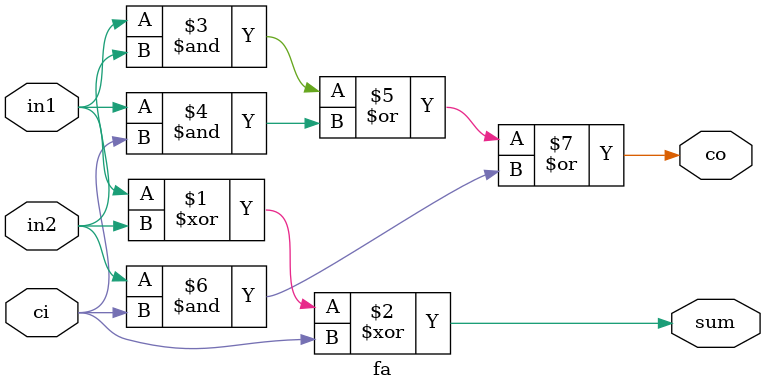
<source format=v>
module fa(
	input in1,
	input in2,
	input ci,
	output wire co,
	output wire sum
);

assign sum = in1 ^ in2 ^ ci;
assign co = (in1&in2) | (in1&ci) | (in2&ci);

endmodule
</source>
